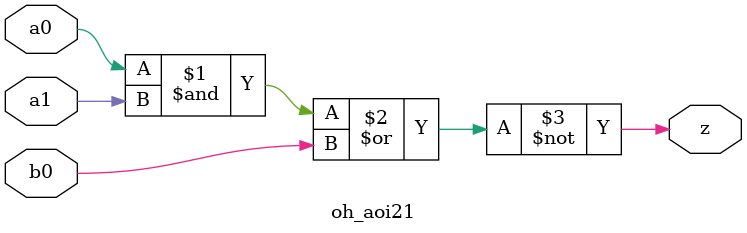
<source format=v>

module oh_aoi21 #(parameter DW = 1 ) // array width
   (
    input [DW-1:0]  a0,
    input [DW-1:0]  a1,
    input [DW-1:0]  b0, 
    output [DW-1:0] z
    );
   
   assign z = ~((a0 & a1) | b0);
   
endmodule

</source>
